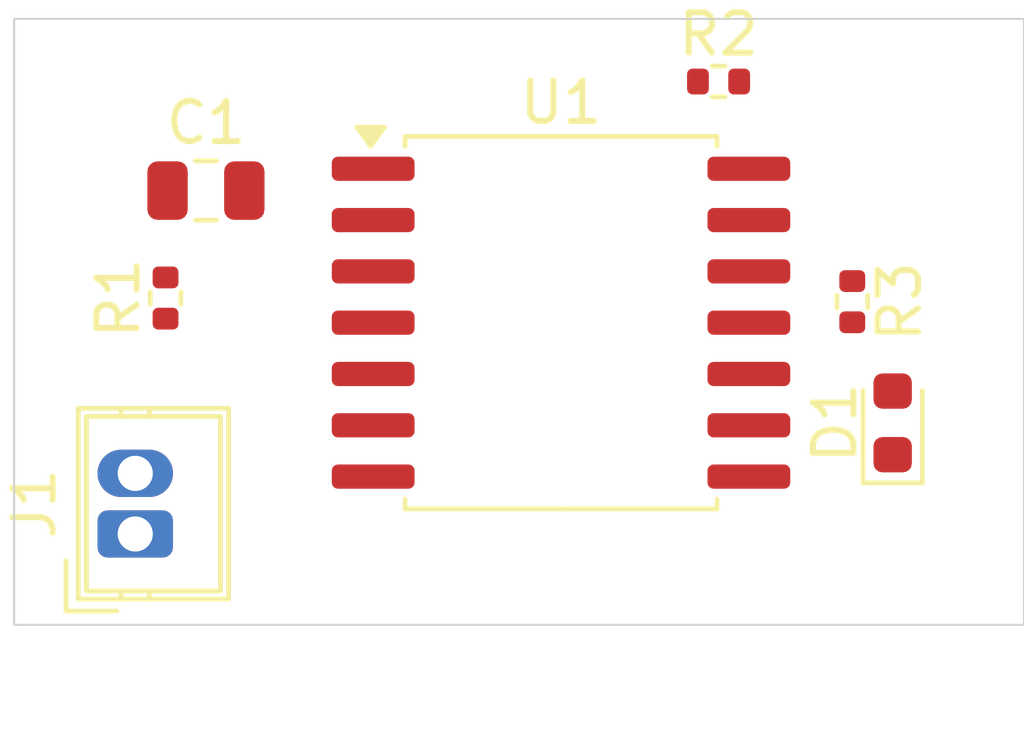
<source format=kicad_pcb>
(kicad_pcb (version 20241229) (generator "pcbnew") (generator_version "9.0")
  (layers (0 "F.Cu" signal) (4 "In1.Cu" signal) (6 "In2.Cu" signal) (2 "B.Cu" signal) (13 "F.Paste" user) (15 "B.Paste" user) (5 "F.SilkS" user "F.Silkscreen") (7 "B.SilkS" user "B.Silkscreen") (1 "F.Mask" user) (3 "B.Mask" user) (25 "Edge.Cuts" user))
  (net 0 "")
  (net 1 "GND")
  (net 2 "Net-(C1-Pad1)")
  (net 3 "VCC")
  (net 4 "Net-(U1-OUT)")
  (net 5 "Net-(U1-FB)")
  (net 6 "Net-(D1-A)")
  (footprint "Resistor_SMD:R_0402_1005Metric" (layer "F.Cu") (at 125.75 77 -90)
    (property "Reference" "R3" (at 0 -1.17 90) (layer "F.SilkS"))
    (property "Value" "R")
    (fp_line (start -0.153641 0.38) (end 0.153641 0.38) (stroke (width 0.12)) (layer "F.SilkS"))
    (fp_line (start -0.153641 -0.38) (end 0.153641 -0.38) (stroke (width 0.12)) (layer "F.SilkS"))
    (pad "1" smd roundrect (at -0.51 0 270) (size 0.54 0.64) (layers "F.Cu" "F.Mask" "F.Paste") (net 4 "Net-(U1-OUT)"))
    (pad "2" smd roundrect (at 0.51 0 270) (size 0.54 0.64) (layers "F.Cu" "F.Mask" "F.Paste") (net 6 "Net-(D1-A)"))
  )
  (footprint "LED_SMD:LED_0603_1608Metric" (layer "F.Cu") (at 126.75 80 90)
    (property "Reference" "D1" (at 0 -1.43 90) (layer "F.SilkS"))
    (property "Value" "LED")
    (fp_line (start 0.8 -0.735) (end -1.485 -0.735) (stroke (width 0.12)) (layer "F.SilkS"))
    (fp_line (start -1.485 -0.735) (end -1.485 0.735) (stroke (width 0.12)) (layer "F.SilkS"))
    (fp_line (start -1.485 0.735) (end 0.8 0.735) (stroke (width 0.12)) (layer "F.SilkS"))
    (pad "1" smd roundrect (at -0.7875 0 90) (size 0.875 0.95) (layers "F.Cu" "F.Mask" "F.Paste") (net 1 "GND"))
    (pad "2" smd roundrect (at 0.7875 0 90) (size 0.875 0.95) (layers "F.Cu" "F.Mask" "F.Paste") (net 6 "Net-(D1-A)"))
  )
  (footprint "Connector_Wuerth:Wuerth_WR-WTB_64800211622_1x02_P1.50mm_Vertical" (layer "F.Cu") (at 108 82.75 90)
    (property "Reference" "J1" (at 0.75 -2.5 90) (layer "F.SilkS"))
    (property "Value" "Conn_01x02_Pin")
    (fp_line (start -0.66 -1.71) (end -1.91 -1.71) (stroke (width 0.12)) (layer "F.SilkS"))
    (fp_line (start -1.91 -1.71) (end -1.91 -0.46) (stroke (width 0.12)) (layer "F.SilkS"))
    (fp_line (start 3.11 -1.41) (end -1.61 -1.41) (stroke (width 0.12)) (layer "F.SilkS"))
    (fp_line (start -1.61 -1.41) (end -1.61 2.31) (stroke (width 0.12)) (layer "F.SilkS"))
    (fp_line (start 2.91 -1.21) (end 2.91 -0.35) (stroke (width 0.12)) (layer "F.SilkS"))
    (fp_line (start -1.41 -1.21) (end 2.91 -1.21) (stroke (width 0.12)) (layer "F.SilkS"))
    (fp_line (start 2.91 -0.35) (end 3.11 -0.35) (stroke (width 0.12)) (layer "F.SilkS"))
    (fp_line (start 2.91 -0.35) (end 2.91 0.35) (stroke (width 0.12)) (layer "F.SilkS"))
    (fp_line (start -1.41 -0.35) (end -1.41 -1.21) (stroke (width 0.12)) (layer "F.SilkS"))
    (fp_line (start -1.41 -0.35) (end -1.41 0.35) (stroke (width 0.12)) (layer "F.SilkS"))
    (fp_line (start -1.61 -0.35) (end -1.41 -0.35) (stroke (width 0.12)) (layer "F.SilkS"))
    (fp_line (start 2.91 0.35) (end 3.11 0.35) (stroke (width 0.12)) (layer "F.SilkS"))
    (fp_line (start -1.41 0.35) (end -1.61 0.35) (stroke (width 0.12)) (layer "F.SilkS"))
    (fp_line (start -1.41 0.35) (end -1.41 2.11) (stroke (width 0.12)) (layer "F.SilkS"))
    (fp_line (start 2.91 2.11) (end 2.91 0.35) (stroke (width 0.12)) (layer "F.SilkS"))
    (fp_line (start -1.41 2.11) (end 2.91 2.11) (stroke (width 0.12)) (layer "F.SilkS"))
    (fp_line (start 3.11 2.31) (end 3.11 -1.41) (stroke (width 0.12)) (layer "F.SilkS"))
    (fp_line (start -1.61 2.31) (end 3.11 2.31) (stroke (width 0.12)) (layer "F.SilkS"))
    (pad "1" thru_hole roundrect (at 0 0 90) (size 1.17 1.87) (drill 0.87) (layers "*.Cu" "*.Mask") (roundrect_rratio 0.213675) (net 1 "GND"))
    (pad "2" thru_hole oval (at 1.5 0 90) (size 1.17 1.87) (drill 0.87) (layers "*.Cu" "*.Mask") (net 3 "VCC"))
  )
  (footprint "Capacitor_SMD:C_0805_2012Metric" (layer "F.Cu") (at 109.75 74.25)
    (property "Reference" "C1" (at 0 -1.68 0) (layer "F.SilkS"))
    (property "Value" "C")
    (fp_line (start -0.261252 -0.735) (end 0.261252 -0.735) (stroke (width 0.12)) (layer "F.SilkS"))
    (fp_line (start -0.261252 0.735) (end 0.261252 0.735) (stroke (width 0.12)) (layer "F.SilkS"))
    (pad "1" smd roundrect (at -0.95 0) (size 1 1.45) (layers "F.Cu" "F.Mask" "F.Paste") (net 2 "Net-(C1-Pad1)"))
    (pad "2" smd roundrect (at 0.95 0) (size 1 1.45) (layers "F.Cu" "F.Mask" "F.Paste") (net 1 "GND"))
  )
  (footprint "Resistor_SMD:R_0402_1005Metric" (layer "F.Cu") (at 108.75 76.91 90)
    (property "Reference" "R1" (at 0 -1.17 90) (layer "F.SilkS"))
    (property "Value" "R")
    (fp_line (start -0.153641 -0.38) (end 0.153641 -0.38) (stroke (width 0.12)) (layer "F.SilkS"))
    (fp_line (start -0.153641 0.38) (end 0.153641 0.38) (stroke (width 0.12)) (layer "F.SilkS"))
    (pad "1" smd roundrect (at -0.51 0 90) (size 0.54 0.64) (layers "F.Cu" "F.Mask" "F.Paste") (net 3 "VCC"))
    (pad "2" smd roundrect (at 0.51 0 90) (size 0.54 0.64) (layers "F.Cu" "F.Mask" "F.Paste") (net 2 "Net-(C1-Pad1)"))
  )
  (footprint "Resistor_SMD:R_0402_1005Metric" (layer "F.Cu") (at 122.44 71.55)
    (property "Reference" "R2" (at 0 -1.17 0) (layer "F.SilkS"))
    (property "Value" "R")
    (fp_line (start -0.153641 -0.38) (end 0.153641 -0.38) (stroke (width 0.12)) (layer "F.SilkS"))
    (fp_line (start -0.153641 0.38) (end 0.153641 0.38) (stroke (width 0.12)) (layer "F.SilkS"))
    (pad "1" smd roundrect (at -0.51 0) (size 0.54 0.64) (layers "F.Cu" "F.Mask" "F.Paste") (net 5 "Net-(U1-FB)"))
    (pad "2" smd roundrect (at 0.51 0) (size 0.54 0.64) (layers "F.Cu" "F.Mask" "F.Paste") (net 4 "Net-(U1-OUT)"))
  )
  (footprint "Package_SO:SOIC-14W_7.5x9mm_P1.27mm" (layer "F.Cu") (at 118.54 77.52)
    (property "Reference" "U1" (at 0 -5.45 0) (layer "F.SilkS"))
    (property "Value" "LM2574HVM-3.3")
    (fp_line (start -3.86 -4.61) (end -3.86 -4.37) (stroke (width 0.12)) (layer "F.SilkS"))
    (fp_line (start -3.86 4.61) (end -3.86 4.37) (stroke (width 0.12)) (layer "F.SilkS"))
    (fp_line (start 0 -4.61) (end -3.86 -4.61) (stroke (width 0.12)) (layer "F.SilkS"))
    (fp_line (start 0 -4.61) (end 3.86 -4.61) (stroke (width 0.12)) (layer "F.SilkS"))
    (fp_line (start 0 4.61) (end -3.86 4.61) (stroke (width 0.12)) (layer "F.SilkS"))
    (fp_line (start 0 4.61) (end 3.86 4.61) (stroke (width 0.12)) (layer "F.SilkS"))
    (fp_line (start 3.86 -4.61) (end 3.86 -4.37) (stroke (width 0.12)) (layer "F.SilkS"))
    (fp_line (start 3.86 4.61) (end 3.86 4.37) (stroke (width 0.12)) (layer "F.SilkS"))
    (fp_poly (pts (xy -4.7125 -4.37) (xy -5.0525 -4.84) (xy -4.3725 -4.84)) (stroke (width 0.12)) (fill yes) (layer "F.SilkS"))
    (pad "1" smd roundrect (at -4.65 -3.81) (size 2.05 0.6) (layers "F.Cu" "F.Mask" "F.Paste"))
    (pad "2" smd roundrect (at -4.65 -2.54) (size 2.05 0.6) (layers "F.Cu" "F.Mask" "F.Paste"))
    (pad "3" smd roundrect (at -4.65 -1.27) (size 2.05 0.6) (layers "F.Cu" "F.Mask" "F.Paste") (net 5 "Net-(U1-FB)"))
    (pad "4" smd roundrect (at -4.65 0) (size 2.05 0.6) (layers "F.Cu" "F.Mask" "F.Paste") (net 1 "GND"))
    (pad "5" smd roundrect (at -4.65 1.27) (size 2.05 0.6) (layers "F.Cu" "F.Mask" "F.Paste") (net 3 "VCC"))
    (pad "6" smd roundrect (at -4.65 2.54) (size 2.05 0.6) (layers "F.Cu" "F.Mask" "F.Paste") (net 1 "GND"))
    (pad "7" smd roundrect (at -4.65 3.81) (size 2.05 0.6) (layers "F.Cu" "F.Mask" "F.Paste"))
    (pad "8" smd roundrect (at 4.65 3.81) (size 2.05 0.6) (layers "F.Cu" "F.Mask" "F.Paste"))
    (pad "9" smd roundrect (at 4.65 2.54) (size 2.05 0.6) (layers "F.Cu" "F.Mask" "F.Paste"))
    (pad "10" smd roundrect (at 4.65 1.27) (size 2.05 0.6) (layers "F.Cu" "F.Mask" "F.Paste") (net 3 "VCC"))
    (pad "11" smd roundrect (at 4.65 0) (size 2.05 0.6) (layers "F.Cu" "F.Mask" "F.Paste"))
    (pad "12" smd roundrect (at 4.65 -1.27) (size 2.05 0.6) (layers "F.Cu" "F.Mask" "F.Paste") (net 4 "Net-(U1-OUT)"))
    (pad "13" smd roundrect (at 4.65 -2.54) (size 2.05 0.6) (layers "F.Cu" "F.Mask" "F.Paste"))
    (pad "14" smd roundrect (at 4.65 -3.81) (size 2.05 0.6) (layers "F.Cu" "F.Mask" "F.Paste"))
  )
  (gr_rect (start 105 70) (end 130 85) (stroke (width 0.05)) (fill no) (layer "Edge.Cuts"))
)
</source>
